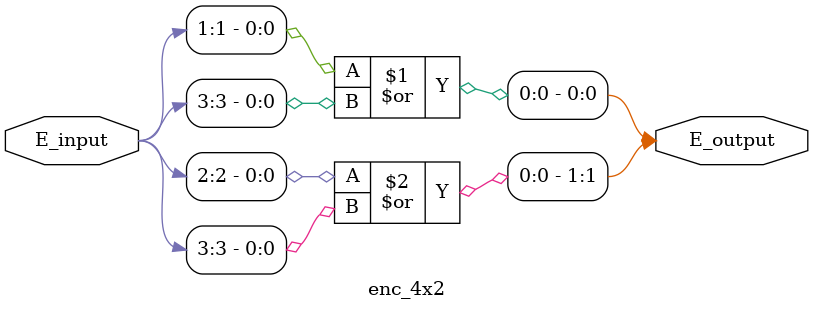
<source format=v>
`timescale 1ns / 1ps


module enc_4x2 (
    input[3:0] E_input,
    output[1:0] E_output
    );
    assign E_output[0] = E_input[1]|E_input[3];
    assign E_output[1] = E_input[2]|E_input[3];
endmodule



</source>
